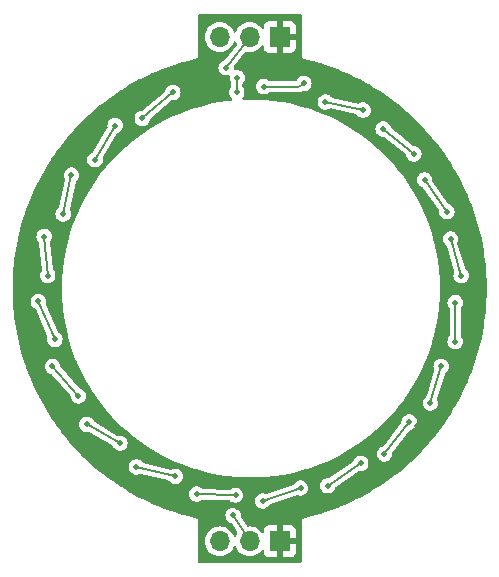
<source format=gbl>
%TF.GenerationSoftware,KiCad,Pcbnew,7.0.2-6a45011f42~172~ubuntu22.04.1*%
%TF.CreationDate,2023-04-30T12:53:57-06:00*%
%TF.ProjectId,ring-40mm,72696e67-2d34-4306-9d6d-2e6b69636164,rev?*%
%TF.SameCoordinates,Original*%
%TF.FileFunction,Copper,L2,Bot*%
%TF.FilePolarity,Positive*%
%FSLAX46Y46*%
G04 Gerber Fmt 4.6, Leading zero omitted, Abs format (unit mm)*
G04 Created by KiCad (PCBNEW 7.0.2-6a45011f42~172~ubuntu22.04.1) date 2023-04-30 12:53:57*
%MOMM*%
%LPD*%
G01*
G04 APERTURE LIST*
%TA.AperFunction,ComponentPad*%
%ADD10R,1.700000X1.700000*%
%TD*%
%TA.AperFunction,ComponentPad*%
%ADD11O,1.700000X1.700000*%
%TD*%
%TA.AperFunction,ViaPad*%
%ADD12C,0.500000*%
%TD*%
%TA.AperFunction,Conductor*%
%ADD13C,0.127000*%
%TD*%
G04 APERTURE END LIST*
D10*
%TO.P,J2,1,Pin_1*%
%TO.N,GND*%
X102440000Y-121400000D03*
D11*
%TO.P,J2,2,Pin_2*%
%TO.N,/SIGNAL_OUT*%
X99900000Y-121400000D03*
%TO.P,J2,3,Pin_3*%
%TO.N,VCC*%
X97360000Y-121400000D03*
%TD*%
D10*
%TO.P,J1,1,Pin_1*%
%TO.N,GND*%
X102440000Y-78700000D03*
D11*
%TO.P,J1,2,Pin_2*%
%TO.N,/SIGNAL_IN*%
X99900000Y-78700000D03*
%TO.P,J1,3,Pin_3*%
%TO.N,VCC*%
X97360000Y-78700000D03*
%TD*%
D12*
%TO.N,GND*%
X85900000Y-88400000D03*
X98800000Y-118500000D03*
X81900000Y-98800000D03*
X117700000Y-95400000D03*
X116100000Y-90000000D03*
X88400000Y-113800000D03*
X109800000Y-115600000D03*
X93400000Y-116800000D03*
X118200000Y-101200000D03*
X104600000Y-117800000D03*
X114100000Y-111600000D03*
X95400000Y-82300000D03*
X117000000Y-106600000D03*
X106900000Y-82500000D03*
X101200000Y-81100000D03*
X90300000Y-84700000D03*
X112100000Y-85500000D03*
X82400000Y-104500000D03*
X84600000Y-109700000D03*
X83100000Y-93300000D03*
%TO.N,Net-(D1-DOUT)*%
X104477286Y-82636966D03*
X101100000Y-82900000D03*
%TO.N,Net-(D1-DIN)*%
X98800000Y-83400000D03*
X98862746Y-82162746D03*
%TO.N,Net-(D2-DOUT)*%
X106300000Y-84200000D03*
X109500000Y-84900000D03*
%TO.N,Net-(D3-DOUT)*%
X113800000Y-88600000D03*
X111200000Y-86500000D03*
%TO.N,Net-(D4-DOUT)*%
X116600000Y-93500000D03*
X114700000Y-90800000D03*
%TO.N,Net-(D5-DOUT)*%
X116900000Y-95800000D03*
X117800000Y-98900000D03*
%TO.N,Net-(D6-DOUT)*%
X117300000Y-101200000D03*
X117300000Y-104500000D03*
%TO.N,Net-(D7-DOUT)*%
X115200000Y-109700000D03*
X116100000Y-106600000D03*
%TO.N,Net-(D8-DOUT)*%
X113400000Y-111300000D03*
X111300000Y-114000000D03*
%TO.N,Net-(D10-DIN)*%
X109300000Y-114800000D03*
X106500000Y-116700000D03*
%TO.N,Net-(D10-DOUT)*%
X104200000Y-116900000D03*
X101000000Y-118000000D03*
%TO.N,Net-(D11-DOUT)*%
X98700000Y-117500000D03*
X95400000Y-117400000D03*
%TO.N,Net-(D12-DOUT)*%
X90300000Y-115100000D03*
X93600000Y-115900000D03*
%TO.N,Net-(D13-DOUT)*%
X86100000Y-111500000D03*
X88900000Y-113100000D03*
%TO.N,Net-(D14-DOUT)*%
X85400000Y-109100000D03*
X83200000Y-106600000D03*
%TO.N,Net-(D15-DOUT)*%
X83400000Y-104300000D03*
X82000000Y-101100000D03*
%TO.N,Net-(D16-DOUT)*%
X82800000Y-98900000D03*
X82500000Y-95600000D03*
%TO.N,Net-(D17-DOUT)*%
X84100000Y-93700000D03*
X84800000Y-90400000D03*
%TO.N,Net-(D18-DOUT)*%
X88500000Y-86200000D03*
X86800000Y-89100000D03*
%TO.N,Net-(D19-DOUT)*%
X93400000Y-83400000D03*
X90800000Y-85600000D03*
%TO.N,/SIGNAL_IN*%
X97900000Y-81315000D03*
%TO.N,/SIGNAL_OUT*%
X98500000Y-119200000D03*
%TD*%
D13*
%TO.N,Net-(D1-DIN)*%
X98831396Y-82194142D02*
G75*
G03*
X98800000Y-82269860I75704J-75758D01*
G01*
%TO.N,Net-(D1-DOUT)*%
X104028258Y-82899978D02*
G75*
G03*
X104345768Y-82768482I42J448978D01*
G01*
X104477286Y-82636966D02*
X104345769Y-82768483D01*
X104028258Y-82900000D02*
X101100000Y-82900000D01*
%TO.N,Net-(D1-DIN)*%
X98831373Y-82194119D02*
X98862746Y-82162746D01*
X98800000Y-82269860D02*
X98800000Y-83400000D01*
%TO.N,Net-(D2-DOUT)*%
X106300000Y-84200000D02*
X109500000Y-84900000D01*
%TO.N,Net-(D3-DOUT)*%
X113800000Y-88600000D02*
X111200000Y-86500000D01*
%TO.N,Net-(D4-DOUT)*%
X114700000Y-90800000D02*
X116600000Y-93500000D01*
%TO.N,Net-(D5-DOUT)*%
X116900000Y-95800000D02*
X117800000Y-98900000D01*
%TO.N,Net-(D6-DOUT)*%
X117300000Y-104500000D02*
X117300000Y-101200000D01*
%TO.N,Net-(D7-DOUT)*%
X116100000Y-106600000D02*
X115200000Y-109700000D01*
%TO.N,Net-(D8-DOUT)*%
X113400000Y-111300000D02*
X111300000Y-114000000D01*
%TO.N,Net-(D10-DIN)*%
X109300000Y-114800000D02*
X106500000Y-116700000D01*
%TO.N,Net-(D10-DOUT)*%
X101000000Y-118000000D02*
X104200000Y-116900000D01*
%TO.N,Net-(D11-DOUT)*%
X98700000Y-117500000D02*
X95400000Y-117400000D01*
%TO.N,Net-(D12-DOUT)*%
X90300000Y-115100000D02*
X93600000Y-115900000D01*
%TO.N,Net-(D13-DOUT)*%
X88900000Y-113100000D02*
X86100000Y-111500000D01*
%TO.N,Net-(D14-DOUT)*%
X85400000Y-109100000D02*
X83200000Y-106600000D01*
%TO.N,Net-(D15-DOUT)*%
X83400000Y-104300000D02*
X82000000Y-101100000D01*
%TO.N,Net-(D16-DOUT)*%
X82500000Y-95600000D02*
X82800000Y-98900000D01*
%TO.N,Net-(D17-DOUT)*%
X84800000Y-90400000D02*
X84100000Y-93700000D01*
%TO.N,Net-(D18-DOUT)*%
X88500000Y-86200000D02*
X86800000Y-89100000D01*
%TO.N,Net-(D19-DOUT)*%
X93400000Y-83400000D02*
X90800000Y-85600000D01*
%TO.N,/SIGNAL_IN*%
X97900000Y-81315000D02*
X99900000Y-78700000D01*
%TO.N,/SIGNAL_OUT*%
X98500000Y-119200000D02*
X99900000Y-121400000D01*
%TD*%
%TA.AperFunction,Conductor*%
%TO.N,GND*%
G36*
X104258691Y-76819407D02*
G01*
X104294655Y-76868907D01*
X104299500Y-76899500D01*
X104299500Y-80489198D01*
X104298447Y-80498891D01*
X104300066Y-80501414D01*
X104303241Y-80502412D01*
X104311985Y-80503426D01*
X104870696Y-80639174D01*
X105145294Y-80705892D01*
X105149472Y-80707004D01*
X105228106Y-80729788D01*
X105884104Y-80919868D01*
X105985608Y-80949399D01*
X105989633Y-80950663D01*
X106596632Y-81155676D01*
X106735054Y-81202705D01*
X106818490Y-81231052D01*
X106822388Y-81232468D01*
X107369263Y-81444208D01*
X107638168Y-81549098D01*
X107641883Y-81550637D01*
X108151321Y-81773931D01*
X108443017Y-81902908D01*
X108446587Y-81904574D01*
X108928448Y-82141383D01*
X109231457Y-82291780D01*
X109234928Y-82293590D01*
X109694357Y-82544856D01*
X109785899Y-82595476D01*
X110002081Y-82715019D01*
X110005367Y-82716920D01*
X110445226Y-82983075D01*
X110753261Y-83171732D01*
X110756410Y-83173744D01*
X110948840Y-83301986D01*
X111178060Y-83454746D01*
X111319863Y-83550500D01*
X111483083Y-83660716D01*
X111483599Y-83661064D01*
X111486643Y-83663204D01*
X111543132Y-83704523D01*
X111891008Y-83958980D01*
X111899948Y-83965613D01*
X112191709Y-84182088D01*
X112194599Y-84184316D01*
X112582023Y-84494556D01*
X112876175Y-84733759D01*
X112878911Y-84736068D01*
X113249560Y-85060432D01*
X113535686Y-85315021D01*
X113538264Y-85317397D01*
X113892186Y-85655532D01*
X113897516Y-85660716D01*
X114168935Y-85924716D01*
X114171357Y-85927155D01*
X114373833Y-86138266D01*
X114433041Y-86200000D01*
X114508345Y-86278515D01*
X114582002Y-86356815D01*
X114774768Y-86561733D01*
X114777032Y-86564224D01*
X115096885Y-86928296D01*
X115131148Y-86968122D01*
X115351957Y-87224784D01*
X115353998Y-87227238D01*
X115566121Y-87491087D01*
X115656523Y-87603534D01*
X115899327Y-87912508D01*
X115901277Y-87915075D01*
X116186119Y-88302918D01*
X116415933Y-88623711D01*
X116417729Y-88626303D01*
X116684592Y-89025066D01*
X116900726Y-89356952D01*
X116902368Y-89359561D01*
X117150933Y-89768563D01*
X117352769Y-90110814D01*
X117354258Y-90113430D01*
X117584196Y-90531938D01*
X117771188Y-90883838D01*
X117772529Y-90886455D01*
X117983563Y-91313784D01*
X118155146Y-91674469D01*
X118156341Y-91677077D01*
X118348215Y-92112542D01*
X118503932Y-92481231D01*
X118504984Y-92483823D01*
X118677423Y-92926648D01*
X118816872Y-93302563D01*
X118817785Y-93305132D01*
X118970538Y-93754535D01*
X119093347Y-94136839D01*
X119094125Y-94139378D01*
X119226972Y-94594563D01*
X119332831Y-94982455D01*
X119333479Y-94984957D01*
X119446234Y-95445163D01*
X119534857Y-95837758D01*
X119535379Y-95840216D01*
X119627871Y-96304616D01*
X119699045Y-96701129D01*
X119699447Y-96703537D01*
X119771530Y-97171276D01*
X119825073Y-97570843D01*
X119825359Y-97573196D01*
X119876817Y-98042476D01*
X119877017Y-98044487D01*
X119912695Y-98445181D01*
X119912873Y-98447478D01*
X119943786Y-98918546D01*
X119943900Y-98920635D01*
X119961759Y-99322570D01*
X119961833Y-99324801D01*
X119972141Y-99796587D01*
X119972165Y-99798750D01*
X119972165Y-100201248D01*
X119972141Y-100203411D01*
X119961833Y-100675197D01*
X119961759Y-100677428D01*
X119943900Y-101079363D01*
X119943786Y-101081452D01*
X119912873Y-101552520D01*
X119912695Y-101554817D01*
X119877017Y-101955511D01*
X119876817Y-101957522D01*
X119825359Y-102426799D01*
X119825072Y-102429157D01*
X119771530Y-102828723D01*
X119699447Y-103296460D01*
X119699046Y-103298868D01*
X119627871Y-103695383D01*
X119535378Y-104159783D01*
X119534856Y-104162241D01*
X119446234Y-104554836D01*
X119333479Y-105015042D01*
X119332831Y-105017544D01*
X119226972Y-105405436D01*
X119094125Y-105860620D01*
X119093347Y-105863159D01*
X118970538Y-106245464D01*
X118817785Y-106694866D01*
X118816872Y-106697435D01*
X118677423Y-107073351D01*
X118504984Y-107516175D01*
X118503932Y-107518767D01*
X118348215Y-107887457D01*
X118156340Y-108322922D01*
X118155146Y-108325530D01*
X117983563Y-108686215D01*
X117772529Y-109113543D01*
X117771188Y-109116160D01*
X117584197Y-109468060D01*
X117354258Y-109886567D01*
X117352769Y-109889184D01*
X117150933Y-110231436D01*
X116902367Y-110640438D01*
X116900725Y-110643046D01*
X116684592Y-110974932D01*
X116417729Y-111373696D01*
X116415933Y-111376288D01*
X116186120Y-111697081D01*
X115901277Y-112084922D01*
X115899327Y-112087489D01*
X115656523Y-112396465D01*
X115354027Y-112772724D01*
X115351920Y-112775257D01*
X115096885Y-113071703D01*
X114777033Y-113435775D01*
X114774768Y-113438266D01*
X114508373Y-113721455D01*
X114171357Y-114072843D01*
X114168935Y-114075282D01*
X113892169Y-114344484D01*
X113538265Y-114682599D01*
X113535686Y-114684977D01*
X113249560Y-114939567D01*
X112878912Y-115263931D01*
X112876176Y-115266239D01*
X112582023Y-115505443D01*
X112194600Y-115815682D01*
X112191709Y-115817911D01*
X111890957Y-116041057D01*
X111486643Y-116336794D01*
X111483599Y-116338934D01*
X111178061Y-116545253D01*
X110756433Y-116826239D01*
X110753237Y-116828281D01*
X110445146Y-117016973D01*
X110005395Y-117283061D01*
X110002052Y-117284996D01*
X109694357Y-117455144D01*
X109234927Y-117706409D01*
X109231439Y-117708227D01*
X108928471Y-117858605D01*
X108446616Y-118095409D01*
X108442986Y-118097103D01*
X108151261Y-118226094D01*
X107641908Y-118449350D01*
X107638142Y-118450910D01*
X107369226Y-118555806D01*
X106822388Y-118767530D01*
X106818490Y-118768946D01*
X106596672Y-118844309D01*
X105989632Y-119049335D01*
X105985609Y-119050599D01*
X105892709Y-119077627D01*
X105883271Y-119080372D01*
X105149461Y-119292998D01*
X105145282Y-119294110D01*
X104311592Y-119496667D01*
X104303214Y-119497673D01*
X104300006Y-119498676D01*
X104298444Y-119501118D01*
X104299500Y-119510824D01*
X104299500Y-123100500D01*
X104280593Y-123158691D01*
X104231093Y-123194655D01*
X104200500Y-123199500D01*
X95599500Y-123199500D01*
X95541309Y-123180593D01*
X95505345Y-123131093D01*
X95500500Y-123100500D01*
X95500500Y-121400000D01*
X96104722Y-121400000D01*
X96123792Y-121617973D01*
X96180426Y-121829334D01*
X96272896Y-122027636D01*
X96272897Y-122027638D01*
X96272898Y-122027639D01*
X96315021Y-122087797D01*
X96348137Y-122135092D01*
X96398402Y-122206877D01*
X96553123Y-122361598D01*
X96732361Y-122487102D01*
X96732362Y-122487102D01*
X96732363Y-122487103D01*
X96930665Y-122579573D01*
X96930666Y-122579573D01*
X96930670Y-122579575D01*
X97142023Y-122636207D01*
X97360000Y-122655277D01*
X97577977Y-122636207D01*
X97789330Y-122579575D01*
X97987639Y-122487102D01*
X98166877Y-122361598D01*
X98321598Y-122206877D01*
X98447102Y-122027639D01*
X98539575Y-121829330D01*
X98539576Y-121829325D01*
X98540275Y-121827827D01*
X98582004Y-121783079D01*
X98642065Y-121771404D01*
X98697518Y-121797262D01*
X98719725Y-121827827D01*
X98720423Y-121829325D01*
X98720425Y-121829330D01*
X98812897Y-122027636D01*
X98812899Y-122027641D01*
X98890095Y-122137888D01*
X98938402Y-122206877D01*
X99093123Y-122361598D01*
X99272361Y-122487102D01*
X99272362Y-122487102D01*
X99272363Y-122487103D01*
X99470665Y-122579573D01*
X99470666Y-122579573D01*
X99470670Y-122579575D01*
X99682023Y-122636207D01*
X99845505Y-122650509D01*
X99899999Y-122655277D01*
X99899999Y-122655276D01*
X99900000Y-122655277D01*
X100117977Y-122636207D01*
X100329330Y-122579575D01*
X100527639Y-122487102D01*
X100706877Y-122361598D01*
X100861598Y-122206877D01*
X100909905Y-122137886D01*
X100958768Y-122101066D01*
X101019944Y-122099998D01*
X101070065Y-122135092D01*
X101089985Y-122192944D01*
X101090000Y-122194672D01*
X101090000Y-122295181D01*
X101090282Y-122300457D01*
X101096401Y-122357376D01*
X101146646Y-122492089D01*
X101232811Y-122607188D01*
X101347910Y-122693353D01*
X101482623Y-122743598D01*
X101539542Y-122749717D01*
X101544819Y-122750000D01*
X102189999Y-122750000D01*
X102190000Y-122749999D01*
X102190000Y-121835501D01*
X102297685Y-121884680D01*
X102404237Y-121900000D01*
X102475763Y-121900000D01*
X102582315Y-121884680D01*
X102690000Y-121835501D01*
X102690000Y-122749998D01*
X102690001Y-122750000D01*
X103335181Y-122750000D01*
X103340457Y-122749717D01*
X103397376Y-122743598D01*
X103532089Y-122693353D01*
X103647188Y-122607188D01*
X103733353Y-122492089D01*
X103783598Y-122357376D01*
X103789717Y-122300457D01*
X103790000Y-122295181D01*
X103790000Y-121650001D01*
X103789999Y-121650000D01*
X102873686Y-121650000D01*
X102899493Y-121609844D01*
X102940000Y-121471889D01*
X102940000Y-121328111D01*
X102899493Y-121190156D01*
X102873686Y-121150000D01*
X103789999Y-121150000D01*
X103790000Y-121149999D01*
X103790000Y-120504818D01*
X103789717Y-120499542D01*
X103783598Y-120442623D01*
X103733353Y-120307910D01*
X103647188Y-120192811D01*
X103532089Y-120106646D01*
X103397376Y-120056401D01*
X103340457Y-120050282D01*
X103335181Y-120050000D01*
X102690001Y-120050000D01*
X102690000Y-120050001D01*
X102690000Y-120964498D01*
X102582315Y-120915320D01*
X102475763Y-120900000D01*
X102404237Y-120900000D01*
X102297685Y-120915320D01*
X102190000Y-120964498D01*
X102190000Y-120050001D01*
X102189999Y-120050000D01*
X101544819Y-120050000D01*
X101539542Y-120050282D01*
X101482623Y-120056401D01*
X101347910Y-120106646D01*
X101232811Y-120192811D01*
X101146646Y-120307910D01*
X101096401Y-120442623D01*
X101090282Y-120499542D01*
X101090000Y-120504818D01*
X101090000Y-120605327D01*
X101071093Y-120663518D01*
X101021593Y-120699482D01*
X100960407Y-120699482D01*
X100910907Y-120663518D01*
X100909904Y-120662111D01*
X100861600Y-120593126D01*
X100861598Y-120593123D01*
X100706877Y-120438402D01*
X100527639Y-120312898D01*
X100527638Y-120312897D01*
X100527636Y-120312896D01*
X100329334Y-120220426D01*
X100117973Y-120163792D01*
X99899999Y-120144722D01*
X99724171Y-120160104D01*
X99664554Y-120146340D01*
X99632022Y-120114632D01*
X99157434Y-119368851D01*
X99142144Y-119309607D01*
X99142678Y-119303766D01*
X99155278Y-119200000D01*
X99136237Y-119043182D01*
X99080220Y-118895477D01*
X98990483Y-118765470D01*
X98872240Y-118660717D01*
X98865286Y-118657067D01*
X98732363Y-118587302D01*
X98578987Y-118549500D01*
X98578985Y-118549500D01*
X98421015Y-118549500D01*
X98421013Y-118549500D01*
X98267636Y-118587302D01*
X98127761Y-118660716D01*
X98009517Y-118765470D01*
X97919780Y-118895476D01*
X97863762Y-119043184D01*
X97844721Y-119200000D01*
X97863762Y-119356815D01*
X97863762Y-119356817D01*
X97863763Y-119356818D01*
X97919780Y-119504523D01*
X98009517Y-119634530D01*
X98127760Y-119739283D01*
X98267635Y-119812696D01*
X98267637Y-119812697D01*
X98314831Y-119824329D01*
X98366807Y-119856612D01*
X98374662Y-119867301D01*
X98655050Y-120307910D01*
X98836551Y-120593126D01*
X98849548Y-120613549D01*
X98864838Y-120672793D01*
X98847123Y-120723483D01*
X98812896Y-120772365D01*
X98719724Y-120972172D01*
X98677996Y-121016920D01*
X98617935Y-121028595D01*
X98562482Y-121002737D01*
X98540276Y-120972172D01*
X98447103Y-120772364D01*
X98412876Y-120723483D01*
X98321598Y-120593123D01*
X98166877Y-120438402D01*
X97987639Y-120312898D01*
X97987638Y-120312897D01*
X97987636Y-120312896D01*
X97789334Y-120220426D01*
X97577973Y-120163792D01*
X97360000Y-120144722D01*
X97142026Y-120163792D01*
X96930665Y-120220426D01*
X96732364Y-120312896D01*
X96553126Y-120438399D01*
X96398399Y-120593126D01*
X96272896Y-120772364D01*
X96180426Y-120970665D01*
X96123792Y-121182026D01*
X96104722Y-121400000D01*
X95500500Y-121400000D01*
X95500499Y-119510934D01*
X95501574Y-119501150D01*
X95499972Y-119498643D01*
X95497234Y-119497784D01*
X95488674Y-119496732D01*
X94654712Y-119294109D01*
X94650532Y-119292997D01*
X93916728Y-119080372D01*
X93903026Y-119076386D01*
X93814389Y-119050599D01*
X93810366Y-119049335D01*
X93203327Y-118844309D01*
X92981508Y-118768946D01*
X92977610Y-118767530D01*
X92430773Y-118555806D01*
X92161856Y-118450910D01*
X92158090Y-118449350D01*
X91648738Y-118226094D01*
X91357012Y-118097104D01*
X91353382Y-118095410D01*
X90871528Y-117858605D01*
X90568559Y-117708227D01*
X90565070Y-117706409D01*
X90105642Y-117455144D01*
X90005919Y-117400000D01*
X94744721Y-117400000D01*
X94763762Y-117556815D01*
X94763762Y-117556817D01*
X94763763Y-117556818D01*
X94819780Y-117704523D01*
X94909517Y-117834530D01*
X95027760Y-117939283D01*
X95085238Y-117969450D01*
X95167636Y-118012697D01*
X95321013Y-118050500D01*
X95321015Y-118050500D01*
X95478987Y-118050500D01*
X95632363Y-118012697D01*
X95656555Y-118000000D01*
X95772240Y-117939283D01*
X95812468Y-117903643D01*
X95868558Y-117879208D01*
X95881107Y-117878791D01*
X98191015Y-117948788D01*
X98248605Y-117969450D01*
X98253657Y-117973634D01*
X98327760Y-118039283D01*
X98401173Y-118077814D01*
X98467636Y-118112697D01*
X98621013Y-118150500D01*
X98621015Y-118150500D01*
X98778987Y-118150500D01*
X98932363Y-118112697D01*
X98932365Y-118112696D01*
X99072240Y-118039283D01*
X99116582Y-118000000D01*
X100344721Y-118000000D01*
X100363762Y-118156815D01*
X100363762Y-118156817D01*
X100363763Y-118156818D01*
X100419780Y-118304523D01*
X100509517Y-118434530D01*
X100627760Y-118539283D01*
X100647227Y-118549500D01*
X100767636Y-118612697D01*
X100921013Y-118650500D01*
X100921015Y-118650500D01*
X101078987Y-118650500D01*
X101232363Y-118612697D01*
X101232365Y-118612696D01*
X101372240Y-118539283D01*
X101490483Y-118434530D01*
X101573782Y-118313849D01*
X101622395Y-118276702D01*
X101622831Y-118276550D01*
X103878701Y-117501094D01*
X103939878Y-117500059D01*
X103956891Y-117507057D01*
X103967637Y-117512697D01*
X104121013Y-117550500D01*
X104121015Y-117550500D01*
X104278987Y-117550500D01*
X104432363Y-117512697D01*
X104443109Y-117507057D01*
X104572240Y-117439283D01*
X104690483Y-117334530D01*
X104780220Y-117204523D01*
X104836237Y-117056818D01*
X104855278Y-116900000D01*
X104836237Y-116743182D01*
X104819860Y-116699999D01*
X105844721Y-116699999D01*
X105863762Y-116856815D01*
X105863762Y-116856817D01*
X105863763Y-116856818D01*
X105919780Y-117004523D01*
X106009517Y-117134530D01*
X106127760Y-117239283D01*
X106201173Y-117277814D01*
X106267636Y-117312697D01*
X106421013Y-117350500D01*
X106421015Y-117350500D01*
X106578987Y-117350500D01*
X106732363Y-117312697D01*
X106749753Y-117303570D01*
X106872240Y-117239283D01*
X106990483Y-117134530D01*
X107080220Y-117004523D01*
X107136237Y-116856818D01*
X107136237Y-116856816D01*
X107139346Y-116848619D01*
X107176323Y-116801806D01*
X109145446Y-115465616D01*
X109204211Y-115448588D01*
X109218086Y-115450500D01*
X109221015Y-115450500D01*
X109378987Y-115450500D01*
X109532363Y-115412697D01*
X109532365Y-115412696D01*
X109672240Y-115339283D01*
X109790483Y-115234530D01*
X109880220Y-115104523D01*
X109936237Y-114956818D01*
X109955278Y-114800000D01*
X109936237Y-114643182D01*
X109880220Y-114495477D01*
X109790483Y-114365470D01*
X109672240Y-114260717D01*
X109665287Y-114257067D01*
X109532363Y-114187302D01*
X109378987Y-114149500D01*
X109378985Y-114149500D01*
X109221015Y-114149500D01*
X109221013Y-114149500D01*
X109067636Y-114187302D01*
X108927761Y-114260716D01*
X108809517Y-114365470D01*
X108719778Y-114495480D01*
X108660654Y-114651376D01*
X108623677Y-114698190D01*
X106654554Y-116034381D01*
X106595786Y-116051410D01*
X106581918Y-116049500D01*
X106578985Y-116049500D01*
X106421015Y-116049500D01*
X106421013Y-116049500D01*
X106267636Y-116087302D01*
X106127761Y-116160716D01*
X106009517Y-116265470D01*
X105919780Y-116395476D01*
X105863762Y-116543184D01*
X105844721Y-116699999D01*
X104819860Y-116699999D01*
X104780220Y-116595477D01*
X104690483Y-116465470D01*
X104572240Y-116360717D01*
X104565286Y-116357067D01*
X104432363Y-116287302D01*
X104278987Y-116249500D01*
X104278985Y-116249500D01*
X104121015Y-116249500D01*
X104121013Y-116249500D01*
X103967636Y-116287302D01*
X103827761Y-116360716D01*
X103709515Y-116465471D01*
X103626218Y-116586148D01*
X103577601Y-116623297D01*
X103576926Y-116623532D01*
X101321297Y-117398904D01*
X101260120Y-117399940D01*
X101243109Y-117392942D01*
X101232367Y-117387304D01*
X101078987Y-117349500D01*
X101078985Y-117349500D01*
X100921015Y-117349500D01*
X100921013Y-117349500D01*
X100767636Y-117387302D01*
X100627761Y-117460716D01*
X100509517Y-117565470D01*
X100419780Y-117695476D01*
X100363762Y-117843184D01*
X100344721Y-118000000D01*
X99116582Y-118000000D01*
X99190483Y-117934530D01*
X99280220Y-117804523D01*
X99336237Y-117656818D01*
X99355278Y-117500000D01*
X99336237Y-117343182D01*
X99280220Y-117195477D01*
X99190483Y-117065470D01*
X99072240Y-116960717D01*
X99014759Y-116930548D01*
X98932363Y-116887302D01*
X98778987Y-116849500D01*
X98778985Y-116849500D01*
X98621015Y-116849500D01*
X98621013Y-116849500D01*
X98467636Y-116887302D01*
X98327761Y-116960716D01*
X98287531Y-116996356D01*
X98231436Y-117020790D01*
X98218884Y-117021207D01*
X95908984Y-116951210D01*
X95851393Y-116930548D01*
X95846334Y-116926358D01*
X95772240Y-116860717D01*
X95750868Y-116849500D01*
X95632363Y-116787302D01*
X95478987Y-116749500D01*
X95478985Y-116749500D01*
X95321015Y-116749500D01*
X95321013Y-116749500D01*
X95167636Y-116787302D01*
X95027761Y-116860716D01*
X94909517Y-116965470D01*
X94819780Y-117095476D01*
X94763762Y-117243184D01*
X94744721Y-117400000D01*
X90005919Y-117400000D01*
X89903173Y-117343184D01*
X89797946Y-117284996D01*
X89794602Y-117283061D01*
X89470269Y-117086810D01*
X89354826Y-117016956D01*
X89046761Y-116828281D01*
X89043565Y-116826239D01*
X88621939Y-116545253D01*
X88316399Y-116338934D01*
X88313355Y-116336794D01*
X87933757Y-116059135D01*
X87909024Y-116041044D01*
X87608289Y-115817910D01*
X87605399Y-115815682D01*
X87217976Y-115505443D01*
X86923823Y-115266239D01*
X86921087Y-115263931D01*
X86733763Y-115099999D01*
X89644721Y-115099999D01*
X89663762Y-115256815D01*
X89663762Y-115256817D01*
X89663763Y-115256818D01*
X89719780Y-115404523D01*
X89809517Y-115534530D01*
X89927760Y-115639283D01*
X89964769Y-115658707D01*
X90067636Y-115712697D01*
X90221013Y-115750500D01*
X90221015Y-115750500D01*
X90378987Y-115750500D01*
X90455674Y-115731598D01*
X90532365Y-115712696D01*
X90602176Y-115676054D01*
X90662488Y-115665754D01*
X90671508Y-115667502D01*
X93009820Y-116234366D01*
X93061919Y-116266451D01*
X93067967Y-116274335D01*
X93089927Y-116306149D01*
X93109518Y-116334532D01*
X93227758Y-116439282D01*
X93367636Y-116512697D01*
X93521013Y-116550500D01*
X93521015Y-116550500D01*
X93678987Y-116550500D01*
X93832363Y-116512697D01*
X93832365Y-116512696D01*
X93972240Y-116439283D01*
X94090483Y-116334530D01*
X94180220Y-116204523D01*
X94236237Y-116056818D01*
X94255278Y-115900000D01*
X94236237Y-115743182D01*
X94180220Y-115595477D01*
X94090483Y-115465470D01*
X93972240Y-115360717D01*
X93965287Y-115357067D01*
X93832363Y-115287302D01*
X93678987Y-115249500D01*
X93678985Y-115249500D01*
X93521015Y-115249500D01*
X93521013Y-115249500D01*
X93367636Y-115287302D01*
X93297823Y-115323944D01*
X93237510Y-115334245D01*
X93228491Y-115332497D01*
X90890179Y-114765633D01*
X90838080Y-114733548D01*
X90832032Y-114725664D01*
X90790483Y-114665470D01*
X90672240Y-114560717D01*
X90665287Y-114557067D01*
X90532363Y-114487302D01*
X90378987Y-114449500D01*
X90378985Y-114449500D01*
X90221015Y-114449500D01*
X90221013Y-114449500D01*
X90067636Y-114487302D01*
X89927761Y-114560716D01*
X89809517Y-114665470D01*
X89719780Y-114795476D01*
X89663762Y-114943184D01*
X89644721Y-115099999D01*
X86733763Y-115099999D01*
X86550439Y-114939567D01*
X86388498Y-114795476D01*
X86264312Y-114684977D01*
X86261732Y-114682599D01*
X86134158Y-114560716D01*
X85907803Y-114344458D01*
X85631063Y-114075282D01*
X85628641Y-114072843D01*
X85424993Y-113860510D01*
X85291590Y-113721417D01*
X85025230Y-113438265D01*
X85022966Y-113435774D01*
X84703114Y-113071703D01*
X84638105Y-112996139D01*
X84448032Y-112775203D01*
X84446011Y-112772773D01*
X84143459Y-112396443D01*
X83948819Y-112148759D01*
X83900656Y-112087470D01*
X83898720Y-112084923D01*
X83898719Y-112084922D01*
X83718316Y-111839283D01*
X83613879Y-111697081D01*
X83472691Y-111499999D01*
X85444721Y-111499999D01*
X85463762Y-111656815D01*
X85463762Y-111656817D01*
X85463763Y-111656818D01*
X85519780Y-111804523D01*
X85609517Y-111934530D01*
X85727760Y-112039283D01*
X85801174Y-112077814D01*
X85867636Y-112112697D01*
X86021013Y-112150500D01*
X86021015Y-112150500D01*
X86178985Y-112150500D01*
X86227297Y-112138592D01*
X86288321Y-112143023D01*
X86300105Y-112148758D01*
X88239706Y-113257101D01*
X88280849Y-113302388D01*
X88283154Y-113307951D01*
X88319778Y-113404519D01*
X88319780Y-113404523D01*
X88409517Y-113534530D01*
X88527760Y-113639283D01*
X88601173Y-113677814D01*
X88667636Y-113712697D01*
X88821013Y-113750500D01*
X88821015Y-113750500D01*
X88978987Y-113750500D01*
X89132363Y-113712697D01*
X89132365Y-113712696D01*
X89272240Y-113639283D01*
X89390483Y-113534530D01*
X89480220Y-113404523D01*
X89536237Y-113256818D01*
X89555278Y-113100000D01*
X89536237Y-112943182D01*
X89480220Y-112795477D01*
X89390483Y-112665470D01*
X89272240Y-112560717D01*
X89265287Y-112557067D01*
X89132363Y-112487302D01*
X88978987Y-112449500D01*
X88978985Y-112449500D01*
X88821015Y-112449500D01*
X88821014Y-112449500D01*
X88772698Y-112461407D01*
X88711673Y-112456973D01*
X88699891Y-112451239D01*
X86760292Y-111342897D01*
X86719149Y-111297610D01*
X86716843Y-111292046D01*
X86680220Y-111195478D01*
X86680220Y-111195477D01*
X86590483Y-111065470D01*
X86472240Y-110960717D01*
X86465287Y-110957067D01*
X86332363Y-110887302D01*
X86178987Y-110849500D01*
X86178985Y-110849500D01*
X86021015Y-110849500D01*
X86021013Y-110849500D01*
X85867636Y-110887302D01*
X85727761Y-110960716D01*
X85609517Y-111065470D01*
X85519780Y-111195476D01*
X85463762Y-111343184D01*
X85444721Y-111499999D01*
X83472691Y-111499999D01*
X83384065Y-111376288D01*
X83382269Y-111373695D01*
X83115407Y-110974933D01*
X82899272Y-110643046D01*
X82897630Y-110640437D01*
X82734528Y-110372060D01*
X82649051Y-110231411D01*
X82447229Y-109889184D01*
X82445739Y-109886567D01*
X82215802Y-109468060D01*
X82047873Y-109152034D01*
X82028797Y-109116134D01*
X82027483Y-109113571D01*
X81816436Y-108686215D01*
X81721810Y-108487302D01*
X81644837Y-108325497D01*
X81643683Y-108322978D01*
X81451782Y-107887453D01*
X81296066Y-107518767D01*
X81295014Y-107516175D01*
X81204642Y-107284098D01*
X81122564Y-107073319D01*
X80983107Y-106697383D01*
X80982233Y-106694924D01*
X80949968Y-106600000D01*
X82544721Y-106600000D01*
X82563762Y-106756815D01*
X82563762Y-106756817D01*
X82563763Y-106756818D01*
X82619780Y-106904523D01*
X82709517Y-107034530D01*
X82827760Y-107139283D01*
X82862294Y-107157408D01*
X82967636Y-107212697D01*
X83132686Y-107253377D01*
X83131631Y-107257656D01*
X83167797Y-107269407D01*
X83183927Y-107284098D01*
X84719928Y-109029553D01*
X84744176Y-109085728D01*
X84744055Y-109094515D01*
X84763762Y-109256815D01*
X84763762Y-109256817D01*
X84763763Y-109256818D01*
X84819780Y-109404523D01*
X84909517Y-109534530D01*
X85027760Y-109639283D01*
X85101173Y-109677814D01*
X85167636Y-109712697D01*
X85321013Y-109750500D01*
X85321015Y-109750500D01*
X85478987Y-109750500D01*
X85632363Y-109712697D01*
X85632365Y-109712696D01*
X85772240Y-109639283D01*
X85890483Y-109534530D01*
X85980220Y-109404523D01*
X86036237Y-109256818D01*
X86055278Y-109100000D01*
X86036237Y-108943182D01*
X85980220Y-108795477D01*
X85890483Y-108665470D01*
X85772240Y-108560717D01*
X85765287Y-108557067D01*
X85632363Y-108487302D01*
X85467314Y-108446623D01*
X85468368Y-108442343D01*
X85432203Y-108430593D01*
X85416073Y-108415902D01*
X83880071Y-106670446D01*
X83855823Y-106614271D01*
X83855944Y-106605486D01*
X83836237Y-106443184D01*
X83836237Y-106443182D01*
X83780220Y-106295477D01*
X83690483Y-106165470D01*
X83572240Y-106060717D01*
X83565286Y-106057067D01*
X83432363Y-105987302D01*
X83278987Y-105949500D01*
X83278985Y-105949500D01*
X83121015Y-105949500D01*
X83121013Y-105949500D01*
X82967636Y-105987302D01*
X82827761Y-106060716D01*
X82709517Y-106165470D01*
X82619780Y-106295476D01*
X82563762Y-106443184D01*
X82544721Y-106600000D01*
X80949968Y-106600000D01*
X80829461Y-106245464D01*
X80800486Y-106155266D01*
X80706640Y-105863123D01*
X80705873Y-105860620D01*
X80573027Y-105405436D01*
X80555500Y-105341214D01*
X80467143Y-105017451D01*
X80466544Y-105015137D01*
X80353761Y-104554818D01*
X80265118Y-104162134D01*
X80264637Y-104159866D01*
X80172126Y-103695374D01*
X80100953Y-103298868D01*
X80100558Y-103296506D01*
X80028465Y-102828695D01*
X79974910Y-102429038D01*
X79974650Y-102426894D01*
X79923170Y-101957420D01*
X79922991Y-101955612D01*
X79887295Y-101554726D01*
X79887132Y-101552613D01*
X79857429Y-101100000D01*
X81344721Y-101100000D01*
X81363762Y-101256815D01*
X81363762Y-101256817D01*
X81363763Y-101256818D01*
X81419780Y-101404523D01*
X81509517Y-101534530D01*
X81627760Y-101639283D01*
X81729024Y-101692431D01*
X81771761Y-101736214D01*
X81773715Y-101740409D01*
X82775971Y-104031281D01*
X82781972Y-104092171D01*
X82777838Y-104106066D01*
X82763763Y-104143180D01*
X82744721Y-104300000D01*
X82763762Y-104456815D01*
X82763762Y-104456817D01*
X82763763Y-104456818D01*
X82819780Y-104604523D01*
X82909517Y-104734530D01*
X83027760Y-104839283D01*
X83101173Y-104877814D01*
X83167636Y-104912697D01*
X83321013Y-104950500D01*
X83321015Y-104950500D01*
X83478987Y-104950500D01*
X83632363Y-104912697D01*
X83632365Y-104912696D01*
X83772240Y-104839283D01*
X83890483Y-104734530D01*
X83980220Y-104604523D01*
X84036237Y-104456818D01*
X84055278Y-104300000D01*
X84036237Y-104143182D01*
X83980220Y-103995477D01*
X83890483Y-103865470D01*
X83772240Y-103760717D01*
X83670973Y-103707567D01*
X83628236Y-103663784D01*
X83626290Y-103659607D01*
X82624026Y-101368717D01*
X82618026Y-101307828D01*
X82622155Y-101293947D01*
X82636237Y-101256818D01*
X82655278Y-101100000D01*
X82636237Y-100943182D01*
X82580220Y-100795477D01*
X82490483Y-100665470D01*
X82372240Y-100560717D01*
X82350868Y-100549500D01*
X82232363Y-100487302D01*
X82078987Y-100449500D01*
X82078985Y-100449500D01*
X81921015Y-100449500D01*
X81921013Y-100449500D01*
X81767636Y-100487302D01*
X81627761Y-100560716D01*
X81509517Y-100665470D01*
X81419780Y-100795476D01*
X81363762Y-100943184D01*
X81344721Y-101100000D01*
X79857429Y-101100000D01*
X79856207Y-101081378D01*
X79856102Y-101079444D01*
X79838235Y-100677318D01*
X79838168Y-100675309D01*
X79827859Y-100203410D01*
X79827835Y-100201248D01*
X79827835Y-100000000D01*
X83994525Y-100000000D01*
X83994556Y-100001243D01*
X84014389Y-100796563D01*
X84014390Y-100796602D01*
X84014421Y-100797807D01*
X84014511Y-100799011D01*
X84014513Y-100799046D01*
X84073967Y-101592399D01*
X84073969Y-101592425D01*
X84074060Y-101593631D01*
X84074211Y-101594839D01*
X84074212Y-101594845D01*
X84092684Y-101742252D01*
X84173293Y-102385492D01*
X84173503Y-102386686D01*
X84173504Y-102386689D01*
X84311659Y-103170208D01*
X84311664Y-103170237D01*
X84311874Y-103171423D01*
X84312145Y-103172611D01*
X84312147Y-103172620D01*
X84489121Y-103947995D01*
X84489458Y-103949469D01*
X84522890Y-104068293D01*
X84688473Y-104656815D01*
X84705603Y-104717697D01*
X84705989Y-104718846D01*
X84705998Y-104718875D01*
X84959378Y-105473022D01*
X84959389Y-105473053D01*
X84959773Y-105474195D01*
X84960219Y-105475332D01*
X84960228Y-105475356D01*
X85146317Y-105949500D01*
X85251336Y-106217083D01*
X85353356Y-106443184D01*
X85579055Y-106943386D01*
X85579064Y-106943404D01*
X85579565Y-106944515D01*
X85580122Y-106945601D01*
X85580129Y-106945616D01*
X85753659Y-107284098D01*
X85943647Y-107654682D01*
X85944251Y-107655728D01*
X85944258Y-107655741D01*
X86173453Y-108052719D01*
X86342674Y-108345818D01*
X86343333Y-108346839D01*
X86343342Y-108346853D01*
X86549127Y-108665470D01*
X86775656Y-109016205D01*
X86776360Y-109017184D01*
X86776366Y-109017193D01*
X87207459Y-109616806D01*
X87241516Y-109664176D01*
X87280210Y-109712697D01*
X87736031Y-110284280D01*
X87739095Y-110288121D01*
X87739901Y-110289035D01*
X87739910Y-110289045D01*
X88050016Y-110640437D01*
X88267157Y-110886488D01*
X88824388Y-111457789D01*
X89082284Y-111697081D01*
X89404575Y-111996124D01*
X89409404Y-112000604D01*
X89410351Y-112001399D01*
X89410356Y-112001403D01*
X89989430Y-112487304D01*
X90020750Y-112513584D01*
X90021718Y-112514317D01*
X90021729Y-112514326D01*
X90082974Y-112560717D01*
X90656905Y-112995453D01*
X91316289Y-113445014D01*
X91997263Y-113861148D01*
X92698132Y-114242821D01*
X92699248Y-114243358D01*
X92699255Y-114243362D01*
X92909238Y-114344484D01*
X93417155Y-114589084D01*
X94152543Y-114899077D01*
X94902470Y-115172027D01*
X95665070Y-115407258D01*
X96438447Y-115604184D01*
X97220678Y-115762316D01*
X98009820Y-115881260D01*
X98803909Y-115960720D01*
X99600972Y-116000500D01*
X99602195Y-116000500D01*
X100397805Y-116000500D01*
X100399028Y-116000500D01*
X101196091Y-115960720D01*
X101990180Y-115881260D01*
X102779322Y-115762316D01*
X103561553Y-115604184D01*
X104334930Y-115407258D01*
X105097530Y-115172027D01*
X105847457Y-114899077D01*
X106582845Y-114589084D01*
X107301868Y-114242821D01*
X107747762Y-114000000D01*
X110644721Y-114000000D01*
X110663762Y-114156815D01*
X110663762Y-114156817D01*
X110663763Y-114156818D01*
X110719780Y-114304523D01*
X110809517Y-114434530D01*
X110927760Y-114539283D01*
X110968597Y-114560716D01*
X111067636Y-114612697D01*
X111221013Y-114650500D01*
X111221015Y-114650500D01*
X111378987Y-114650500D01*
X111532363Y-114612697D01*
X111577353Y-114589084D01*
X111672240Y-114539283D01*
X111790483Y-114434530D01*
X111880220Y-114304523D01*
X111936237Y-114156818D01*
X111955278Y-114000000D01*
X111951087Y-113965487D01*
X111962842Y-113905444D01*
X111971215Y-113892780D01*
X113461472Y-111976736D01*
X113512121Y-111942412D01*
X113515865Y-111941409D01*
X113632365Y-111912696D01*
X113772240Y-111839283D01*
X113890483Y-111734530D01*
X113980220Y-111604523D01*
X114036237Y-111456818D01*
X114055278Y-111300000D01*
X114036237Y-111143182D01*
X113980220Y-110995477D01*
X113890483Y-110865470D01*
X113772240Y-110760717D01*
X113731358Y-110739260D01*
X113632363Y-110687302D01*
X113478987Y-110649500D01*
X113478985Y-110649500D01*
X113321015Y-110649500D01*
X113321013Y-110649500D01*
X113167636Y-110687302D01*
X113027761Y-110760716D01*
X112909517Y-110865470D01*
X112819780Y-110995476D01*
X112763762Y-111143184D01*
X112744721Y-111300000D01*
X112748912Y-111334510D01*
X112737157Y-111394556D01*
X112728780Y-111407223D01*
X111238527Y-113323261D01*
X111187877Y-113357586D01*
X111184074Y-113358604D01*
X111067635Y-113387304D01*
X110927761Y-113460716D01*
X110809517Y-113565470D01*
X110719780Y-113695476D01*
X110663762Y-113843184D01*
X110644721Y-114000000D01*
X107747762Y-114000000D01*
X108002737Y-113861148D01*
X108683711Y-113445014D01*
X109343095Y-112995453D01*
X109979250Y-112513584D01*
X110590596Y-112000604D01*
X111175612Y-111457789D01*
X111732843Y-110886488D01*
X112260905Y-110288121D01*
X112729915Y-109700000D01*
X114544721Y-109700000D01*
X114563762Y-109856815D01*
X114563762Y-109856817D01*
X114563763Y-109856818D01*
X114619780Y-110004523D01*
X114709517Y-110134530D01*
X114827760Y-110239283D01*
X114901174Y-110277814D01*
X114967636Y-110312697D01*
X115121013Y-110350500D01*
X115121015Y-110350500D01*
X115278987Y-110350500D01*
X115432363Y-110312697D01*
X115432365Y-110312696D01*
X115572240Y-110239283D01*
X115690483Y-110134530D01*
X115780220Y-110004523D01*
X115836237Y-109856818D01*
X115855278Y-109700000D01*
X115836237Y-109543182D01*
X115787050Y-109413488D01*
X115784095Y-109352377D01*
X115784544Y-109350783D01*
X116406636Y-107208017D01*
X116441016Y-107157408D01*
X116455691Y-107147968D01*
X116472240Y-107139283D01*
X116590483Y-107034530D01*
X116680220Y-106904523D01*
X116736237Y-106756818D01*
X116755278Y-106600000D01*
X116736237Y-106443182D01*
X116680220Y-106295477D01*
X116590483Y-106165470D01*
X116472240Y-106060717D01*
X116465286Y-106057067D01*
X116332363Y-105987302D01*
X116178987Y-105949500D01*
X116178985Y-105949500D01*
X116021015Y-105949500D01*
X116021013Y-105949500D01*
X115867636Y-105987302D01*
X115727761Y-106060716D01*
X115609517Y-106165470D01*
X115519780Y-106295476D01*
X115463762Y-106443184D01*
X115444721Y-106600000D01*
X115463762Y-106756817D01*
X115512947Y-106886508D01*
X115515902Y-106947622D01*
X115515454Y-106949215D01*
X114893363Y-109091978D01*
X114858982Y-109142590D01*
X114844300Y-109152034D01*
X114827762Y-109160714D01*
X114709517Y-109265470D01*
X114619780Y-109395476D01*
X114563762Y-109543184D01*
X114544721Y-109700000D01*
X112729915Y-109700000D01*
X112758484Y-109664176D01*
X113224344Y-109016205D01*
X113657326Y-108345818D01*
X114056353Y-107654682D01*
X114420435Y-106944515D01*
X114748664Y-106217083D01*
X115040227Y-105474195D01*
X115294397Y-104717697D01*
X115355647Y-104500000D01*
X116644721Y-104500000D01*
X116663762Y-104656815D01*
X116663762Y-104656817D01*
X116663763Y-104656818D01*
X116719780Y-104804523D01*
X116809517Y-104934530D01*
X116927760Y-105039283D01*
X117001173Y-105077814D01*
X117067636Y-105112697D01*
X117221013Y-105150500D01*
X117221015Y-105150500D01*
X117378987Y-105150500D01*
X117532363Y-105112697D01*
X117532365Y-105112696D01*
X117672240Y-105039283D01*
X117790483Y-104934530D01*
X117880220Y-104804523D01*
X117936237Y-104656818D01*
X117955278Y-104500000D01*
X117936237Y-104343182D01*
X117880220Y-104195477D01*
X117790483Y-104065470D01*
X117790482Y-104065469D01*
X117783654Y-104055577D01*
X117786712Y-104053466D01*
X117766332Y-104018815D01*
X117764000Y-103997452D01*
X117764000Y-101702548D01*
X117782907Y-101644357D01*
X117786217Y-101640709D01*
X117790480Y-101634532D01*
X117790483Y-101634530D01*
X117880220Y-101504523D01*
X117936237Y-101356818D01*
X117955278Y-101200000D01*
X117936237Y-101043182D01*
X117880220Y-100895477D01*
X117790483Y-100765470D01*
X117672240Y-100660717D01*
X117665287Y-100657067D01*
X117532363Y-100587302D01*
X117378987Y-100549500D01*
X117378985Y-100549500D01*
X117221015Y-100549500D01*
X117221013Y-100549500D01*
X117067636Y-100587302D01*
X116927761Y-100660716D01*
X116809517Y-100765470D01*
X116719780Y-100895476D01*
X116663762Y-101043184D01*
X116644721Y-101200000D01*
X116663762Y-101356815D01*
X116719781Y-101504526D01*
X116816346Y-101644424D01*
X116813288Y-101646534D01*
X116833667Y-101681182D01*
X116836000Y-101702548D01*
X116836000Y-103997452D01*
X116817093Y-104055643D01*
X116813785Y-104059286D01*
X116719780Y-104195476D01*
X116663762Y-104343184D01*
X116644721Y-104500000D01*
X115355647Y-104500000D01*
X115510542Y-103949469D01*
X115688126Y-103171423D01*
X115826707Y-102385492D01*
X115925940Y-101593631D01*
X115985579Y-100797807D01*
X116005475Y-100000000D01*
X115985579Y-99202193D01*
X115925940Y-98406369D01*
X115826707Y-97614508D01*
X115688126Y-96828577D01*
X115510542Y-96050531D01*
X115440054Y-95800000D01*
X116244721Y-95800000D01*
X116263762Y-95956815D01*
X116263762Y-95956817D01*
X116263763Y-95956818D01*
X116319780Y-96104523D01*
X116409517Y-96234530D01*
X116527760Y-96339283D01*
X116544295Y-96347961D01*
X116587033Y-96391743D01*
X116593362Y-96408019D01*
X117215455Y-98550784D01*
X117213522Y-98611939D01*
X117212948Y-98613491D01*
X117163762Y-98743183D01*
X117144721Y-98900000D01*
X117163762Y-99056815D01*
X117163762Y-99056817D01*
X117163763Y-99056818D01*
X117219780Y-99204523D01*
X117309517Y-99334530D01*
X117427760Y-99439283D01*
X117501173Y-99477814D01*
X117567636Y-99512697D01*
X117721013Y-99550500D01*
X117721015Y-99550500D01*
X117878987Y-99550500D01*
X118032363Y-99512697D01*
X118032365Y-99512696D01*
X118172240Y-99439283D01*
X118290483Y-99334530D01*
X118380220Y-99204523D01*
X118436237Y-99056818D01*
X118455278Y-98900000D01*
X118436237Y-98743182D01*
X118380220Y-98595477D01*
X118290483Y-98465470D01*
X118220798Y-98403735D01*
X118172239Y-98360715D01*
X118155700Y-98352035D01*
X118112963Y-98308250D01*
X118106636Y-98291978D01*
X118096698Y-98257748D01*
X117484544Y-96149215D01*
X117486477Y-96088061D01*
X117487005Y-96086629D01*
X117536237Y-95956818D01*
X117555278Y-95800000D01*
X117536237Y-95643182D01*
X117480220Y-95495477D01*
X117390483Y-95365470D01*
X117272240Y-95260717D01*
X117265286Y-95257067D01*
X117132363Y-95187302D01*
X116978987Y-95149500D01*
X116978985Y-95149500D01*
X116821015Y-95149500D01*
X116821013Y-95149500D01*
X116667636Y-95187302D01*
X116527761Y-95260716D01*
X116409517Y-95365470D01*
X116319780Y-95495476D01*
X116263762Y-95643184D01*
X116244721Y-95800000D01*
X115440054Y-95800000D01*
X115294397Y-95282303D01*
X115294001Y-95281124D01*
X115040621Y-94526977D01*
X115040618Y-94526968D01*
X115040227Y-94525805D01*
X114748664Y-93782917D01*
X114420435Y-93055485D01*
X114056353Y-92345318D01*
X113657326Y-91654182D01*
X113224344Y-90983795D01*
X113092204Y-90800000D01*
X114044721Y-90800000D01*
X114063762Y-90956815D01*
X114063762Y-90956817D01*
X114063763Y-90956818D01*
X114119780Y-91104523D01*
X114209517Y-91234530D01*
X114327760Y-91339283D01*
X114467635Y-91412696D01*
X114548003Y-91432504D01*
X114599976Y-91464786D01*
X114605273Y-91471653D01*
X115935754Y-93362337D01*
X115953780Y-93420807D01*
X115953069Y-93431242D01*
X115944721Y-93499998D01*
X115963762Y-93656815D01*
X115963762Y-93656817D01*
X115963763Y-93656818D01*
X116019780Y-93804523D01*
X116109517Y-93934530D01*
X116227760Y-94039283D01*
X116301173Y-94077814D01*
X116367636Y-94112697D01*
X116521013Y-94150500D01*
X116521015Y-94150500D01*
X116678987Y-94150500D01*
X116832363Y-94112697D01*
X116832365Y-94112696D01*
X116972240Y-94039283D01*
X117090483Y-93934530D01*
X117180220Y-93804523D01*
X117236237Y-93656818D01*
X117255278Y-93500000D01*
X117236237Y-93343182D01*
X117180220Y-93195477D01*
X117090483Y-93065470D01*
X116972240Y-92960717D01*
X116832365Y-92887304D01*
X116832364Y-92887303D01*
X116832363Y-92887303D01*
X116751997Y-92867495D01*
X116700022Y-92835211D01*
X116694733Y-92828355D01*
X115364243Y-90937660D01*
X115346218Y-90879191D01*
X115346927Y-90868768D01*
X115355278Y-90800000D01*
X115336237Y-90643182D01*
X115280220Y-90495477D01*
X115190483Y-90365470D01*
X115072240Y-90260717D01*
X115038834Y-90243184D01*
X114932363Y-90187302D01*
X114778987Y-90149500D01*
X114778985Y-90149500D01*
X114621015Y-90149500D01*
X114621013Y-90149500D01*
X114467636Y-90187302D01*
X114327761Y-90260716D01*
X114209517Y-90365470D01*
X114119780Y-90495476D01*
X114063762Y-90643184D01*
X114044721Y-90800000D01*
X113092204Y-90800000D01*
X112758484Y-90335824D01*
X112379599Y-89860717D01*
X112261678Y-89712848D01*
X112261672Y-89712841D01*
X112260905Y-89711879D01*
X112186828Y-89627940D01*
X111989662Y-89404523D01*
X111732843Y-89113512D01*
X111175612Y-88542211D01*
X110769581Y-88165470D01*
X110591506Y-88000240D01*
X110591498Y-88000233D01*
X110590596Y-87999396D01*
X110589643Y-87998596D01*
X109980198Y-87487211D01*
X109980186Y-87487202D01*
X109979250Y-87486416D01*
X109978286Y-87485686D01*
X109978270Y-87485673D01*
X109344072Y-87005287D01*
X109344070Y-87005286D01*
X109343095Y-87004547D01*
X108683711Y-86554986D01*
X108682689Y-86554361D01*
X108682679Y-86554355D01*
X108593731Y-86500000D01*
X110544721Y-86500000D01*
X110563762Y-86656815D01*
X110563762Y-86656817D01*
X110563763Y-86656818D01*
X110619780Y-86804523D01*
X110709517Y-86934530D01*
X110827760Y-87039283D01*
X110901174Y-87077814D01*
X110967636Y-87112697D01*
X111121013Y-87150500D01*
X111121015Y-87150500D01*
X111231937Y-87150500D01*
X111290128Y-87169407D01*
X111294142Y-87172484D01*
X111681900Y-87485673D01*
X113122532Y-88649261D01*
X113155921Y-88700532D01*
X113158605Y-88714342D01*
X113163762Y-88756815D01*
X113163762Y-88756817D01*
X113163763Y-88756818D01*
X113219780Y-88904523D01*
X113309517Y-89034530D01*
X113427760Y-89139283D01*
X113501174Y-89177814D01*
X113567636Y-89212697D01*
X113721013Y-89250500D01*
X113721015Y-89250500D01*
X113878987Y-89250500D01*
X114032363Y-89212697D01*
X114032365Y-89212696D01*
X114172240Y-89139283D01*
X114290483Y-89034530D01*
X114380220Y-88904523D01*
X114436237Y-88756818D01*
X114455278Y-88600000D01*
X114436237Y-88443182D01*
X114380220Y-88295477D01*
X114290483Y-88165470D01*
X114172240Y-88060717D01*
X114165287Y-88057067D01*
X114032363Y-87987302D01*
X113878987Y-87949500D01*
X113878985Y-87949500D01*
X113768063Y-87949500D01*
X113709872Y-87930593D01*
X113705858Y-87927516D01*
X112606141Y-87039283D01*
X111877465Y-86450737D01*
X111844077Y-86399466D01*
X111841394Y-86385661D01*
X111836237Y-86343182D01*
X111780220Y-86195477D01*
X111690483Y-86065470D01*
X111572240Y-85960717D01*
X111565286Y-85957067D01*
X111432363Y-85887302D01*
X111278987Y-85849500D01*
X111278985Y-85849500D01*
X111121015Y-85849500D01*
X111121013Y-85849500D01*
X110967636Y-85887302D01*
X110827761Y-85960716D01*
X110709517Y-86065470D01*
X110619780Y-86195476D01*
X110563762Y-86343184D01*
X110544721Y-86500000D01*
X108593731Y-86500000D01*
X108102802Y-86200000D01*
X108002738Y-86138852D01*
X107301868Y-85757179D01*
X107300766Y-85756648D01*
X107300744Y-85756637D01*
X106583952Y-85411449D01*
X106583948Y-85411447D01*
X106582845Y-85410916D01*
X106552432Y-85398096D01*
X105848578Y-85101395D01*
X105848559Y-85101387D01*
X105847457Y-85100923D01*
X105846332Y-85100513D01*
X105846323Y-85100510D01*
X105295423Y-84900000D01*
X105097530Y-84827973D01*
X105096400Y-84827624D01*
X105096372Y-84827615D01*
X104336101Y-84593103D01*
X104336093Y-84593100D01*
X104334930Y-84592742D01*
X104333750Y-84592441D01*
X104333741Y-84592439D01*
X103562733Y-84396116D01*
X103562715Y-84396111D01*
X103561553Y-84395816D01*
X103560368Y-84395576D01*
X103560353Y-84395573D01*
X102780531Y-84237928D01*
X102780515Y-84237925D01*
X102779322Y-84237684D01*
X102778095Y-84237499D01*
X102529306Y-84200000D01*
X105644721Y-84200000D01*
X105663762Y-84356815D01*
X105663762Y-84356817D01*
X105663763Y-84356818D01*
X105719780Y-84504523D01*
X105809517Y-84634530D01*
X105927760Y-84739283D01*
X106001173Y-84777814D01*
X106067636Y-84812697D01*
X106221013Y-84850500D01*
X106221015Y-84850500D01*
X106378987Y-84850500D01*
X106422453Y-84839786D01*
X106532365Y-84812696D01*
X106617290Y-84768122D01*
X106677600Y-84757821D01*
X106684431Y-84759065D01*
X108917026Y-85247446D01*
X108969831Y-85278351D01*
X108977340Y-85287914D01*
X108982560Y-85295476D01*
X109009518Y-85334532D01*
X109127758Y-85439282D01*
X109267636Y-85512697D01*
X109421013Y-85550500D01*
X109421015Y-85550500D01*
X109578987Y-85550500D01*
X109732363Y-85512697D01*
X109732365Y-85512696D01*
X109872240Y-85439283D01*
X109990483Y-85334530D01*
X110080220Y-85204523D01*
X110136237Y-85056818D01*
X110155278Y-84900000D01*
X110136237Y-84743182D01*
X110080220Y-84595477D01*
X109990483Y-84465470D01*
X109872240Y-84360717D01*
X109849222Y-84348636D01*
X109732363Y-84287302D01*
X109578987Y-84249500D01*
X109578985Y-84249500D01*
X109421015Y-84249500D01*
X109421013Y-84249500D01*
X109267635Y-84287303D01*
X109182709Y-84331876D01*
X109122397Y-84342177D01*
X109115545Y-84340929D01*
X106882974Y-83852553D01*
X106830168Y-83821647D01*
X106822655Y-83812079D01*
X106812763Y-83797748D01*
X106790483Y-83765470D01*
X106672240Y-83660717D01*
X106665287Y-83657067D01*
X106532363Y-83587302D01*
X106378987Y-83549500D01*
X106378985Y-83549500D01*
X106221015Y-83549500D01*
X106221013Y-83549500D01*
X106067636Y-83587302D01*
X105927761Y-83660716D01*
X105809517Y-83765470D01*
X105719780Y-83895476D01*
X105663762Y-84043184D01*
X105644721Y-84200000D01*
X102529306Y-84200000D01*
X101991402Y-84118924D01*
X101991394Y-84118923D01*
X101990180Y-84118740D01*
X101988966Y-84118618D01*
X101988954Y-84118617D01*
X101197321Y-84039403D01*
X101197317Y-84039402D01*
X101196091Y-84039280D01*
X101194879Y-84039219D01*
X101194859Y-84039218D01*
X100400248Y-83999560D01*
X100400212Y-83999559D01*
X100399028Y-83999500D01*
X99600972Y-83999500D01*
X99599789Y-83999558D01*
X99599749Y-83999560D01*
X99356325Y-84011709D01*
X99297265Y-83995726D01*
X99258878Y-83948080D01*
X99255829Y-83886970D01*
X99285744Y-83838728D01*
X99290483Y-83834530D01*
X99380220Y-83704523D01*
X99436237Y-83556818D01*
X99455278Y-83400000D01*
X99436237Y-83243182D01*
X99380220Y-83095477D01*
X99290483Y-82965470D01*
X99290482Y-82965469D01*
X99283654Y-82955577D01*
X99286712Y-82953466D01*
X99266332Y-82918815D01*
X99264278Y-82900000D01*
X100444721Y-82900000D01*
X100463762Y-83056815D01*
X100463762Y-83056817D01*
X100463763Y-83056818D01*
X100519780Y-83204523D01*
X100609517Y-83334530D01*
X100727760Y-83439283D01*
X100801173Y-83477814D01*
X100867636Y-83512697D01*
X101021013Y-83550500D01*
X101021015Y-83550500D01*
X101178987Y-83550500D01*
X101332363Y-83512697D01*
X101332365Y-83512696D01*
X101472240Y-83439283D01*
X101477538Y-83434589D01*
X101529116Y-83388897D01*
X101585210Y-83364462D01*
X101594764Y-83364000D01*
X104070729Y-83364000D01*
X104070960Y-83363980D01*
X104100074Y-83363984D01*
X104242025Y-83341513D01*
X104378713Y-83297110D01*
X104378714Y-83297109D01*
X104386125Y-83294702D01*
X104386497Y-83295847D01*
X104421409Y-83287466D01*
X104556273Y-83287466D01*
X104709649Y-83249663D01*
X104709651Y-83249662D01*
X104849526Y-83176249D01*
X104967769Y-83071496D01*
X105057506Y-82941489D01*
X105113523Y-82793784D01*
X105132564Y-82636966D01*
X105113523Y-82480148D01*
X105057506Y-82332443D01*
X104967769Y-82202436D01*
X104849526Y-82097683D01*
X104842572Y-82094033D01*
X104709649Y-82024268D01*
X104556273Y-81986466D01*
X104556271Y-81986466D01*
X104398301Y-81986466D01*
X104398299Y-81986466D01*
X104244922Y-82024268D01*
X104105047Y-82097682D01*
X104031605Y-82162745D01*
X103986803Y-82202436D01*
X103928225Y-82287302D01*
X103897065Y-82332445D01*
X103882023Y-82372107D01*
X103843710Y-82419811D01*
X103789457Y-82436000D01*
X101594764Y-82436000D01*
X101536573Y-82417093D01*
X101529116Y-82411103D01*
X101472241Y-82360717D01*
X101332363Y-82287302D01*
X101178987Y-82249500D01*
X101178985Y-82249500D01*
X101021015Y-82249500D01*
X101021013Y-82249500D01*
X100867636Y-82287302D01*
X100727761Y-82360716D01*
X100609517Y-82465470D01*
X100519780Y-82595476D01*
X100463762Y-82743184D01*
X100444721Y-82900000D01*
X99264278Y-82900000D01*
X99264000Y-82897452D01*
X99264000Y-82720882D01*
X99282907Y-82662691D01*
X99297352Y-82646779D01*
X99353227Y-82597278D01*
X99353227Y-82597277D01*
X99353229Y-82597276D01*
X99442966Y-82467269D01*
X99498983Y-82319564D01*
X99518024Y-82162746D01*
X99498983Y-82005928D01*
X99442966Y-81858223D01*
X99353229Y-81728216D01*
X99234986Y-81623463D01*
X99227479Y-81619523D01*
X99095109Y-81550048D01*
X98941733Y-81512246D01*
X98941731Y-81512246D01*
X98783761Y-81512246D01*
X98783758Y-81512246D01*
X98662797Y-81542059D01*
X98601773Y-81537627D01*
X98555008Y-81498172D01*
X98540366Y-81438764D01*
X98540825Y-81434024D01*
X98555278Y-81315000D01*
X98550394Y-81274780D01*
X98562149Y-81214737D01*
X98570027Y-81202716D01*
X99522803Y-79956961D01*
X99573170Y-79922227D01*
X99627057Y-79921479D01*
X99682023Y-79936207D01*
X99856404Y-79951463D01*
X99899999Y-79955277D01*
X99899999Y-79955276D01*
X99900000Y-79955277D01*
X100117977Y-79936207D01*
X100329330Y-79879575D01*
X100527639Y-79787102D01*
X100706877Y-79661598D01*
X100861598Y-79506877D01*
X100909905Y-79437886D01*
X100958768Y-79401066D01*
X101019944Y-79399998D01*
X101070065Y-79435092D01*
X101089985Y-79492944D01*
X101090000Y-79494672D01*
X101090000Y-79595181D01*
X101090282Y-79600457D01*
X101096401Y-79657376D01*
X101146646Y-79792089D01*
X101232811Y-79907188D01*
X101347910Y-79993353D01*
X101482623Y-80043598D01*
X101539542Y-80049717D01*
X101544819Y-80050000D01*
X102189999Y-80050000D01*
X102190000Y-80049999D01*
X102190000Y-79135501D01*
X102297685Y-79184680D01*
X102404237Y-79200000D01*
X102475763Y-79200000D01*
X102582315Y-79184680D01*
X102690000Y-79135501D01*
X102690000Y-80049998D01*
X102690001Y-80050000D01*
X103335181Y-80050000D01*
X103340457Y-80049717D01*
X103397376Y-80043598D01*
X103532089Y-79993353D01*
X103647188Y-79907188D01*
X103733353Y-79792089D01*
X103783598Y-79657376D01*
X103789717Y-79600457D01*
X103790000Y-79595181D01*
X103790000Y-78950001D01*
X103789999Y-78950000D01*
X102873686Y-78950000D01*
X102899493Y-78909844D01*
X102940000Y-78771889D01*
X102940000Y-78628111D01*
X102899493Y-78490156D01*
X102873686Y-78450000D01*
X103789999Y-78450000D01*
X103790000Y-78449999D01*
X103790000Y-77804818D01*
X103789717Y-77799542D01*
X103783598Y-77742623D01*
X103733353Y-77607910D01*
X103647188Y-77492811D01*
X103532089Y-77406646D01*
X103397376Y-77356401D01*
X103340457Y-77350282D01*
X103335181Y-77350000D01*
X102690001Y-77350000D01*
X102690000Y-77350001D01*
X102690000Y-78264498D01*
X102582315Y-78215320D01*
X102475763Y-78200000D01*
X102404237Y-78200000D01*
X102297685Y-78215320D01*
X102190000Y-78264498D01*
X102190000Y-77350001D01*
X102189999Y-77350000D01*
X101544819Y-77350000D01*
X101539542Y-77350282D01*
X101482623Y-77356401D01*
X101347910Y-77406646D01*
X101232811Y-77492811D01*
X101146646Y-77607910D01*
X101096401Y-77742623D01*
X101090282Y-77799542D01*
X101090000Y-77804818D01*
X101090000Y-77905327D01*
X101071093Y-77963518D01*
X101021593Y-77999482D01*
X100960407Y-77999482D01*
X100910907Y-77963518D01*
X100909904Y-77962111D01*
X100861600Y-77893126D01*
X100861598Y-77893123D01*
X100706877Y-77738402D01*
X100527639Y-77612898D01*
X100527638Y-77612897D01*
X100527636Y-77612896D01*
X100329334Y-77520426D01*
X100117973Y-77463792D01*
X99900000Y-77444722D01*
X99682026Y-77463792D01*
X99470665Y-77520426D01*
X99272364Y-77612896D01*
X99093126Y-77738399D01*
X98938399Y-77893126D01*
X98812896Y-78072364D01*
X98719724Y-78272172D01*
X98677996Y-78316920D01*
X98617935Y-78328595D01*
X98562482Y-78302737D01*
X98540276Y-78272172D01*
X98447103Y-78072364D01*
X98321600Y-77893126D01*
X98321598Y-77893123D01*
X98166877Y-77738402D01*
X97987639Y-77612898D01*
X97987638Y-77612897D01*
X97987636Y-77612896D01*
X97789334Y-77520426D01*
X97577973Y-77463792D01*
X97360000Y-77444722D01*
X97142026Y-77463792D01*
X96930665Y-77520426D01*
X96732364Y-77612896D01*
X96553126Y-77738399D01*
X96398399Y-77893126D01*
X96272896Y-78072364D01*
X96180426Y-78270665D01*
X96123792Y-78482026D01*
X96104722Y-78700000D01*
X96123792Y-78917973D01*
X96180426Y-79129334D01*
X96272896Y-79327636D01*
X96272897Y-79327638D01*
X96272898Y-79327639D01*
X96283853Y-79343284D01*
X96348137Y-79435092D01*
X96398402Y-79506877D01*
X96553123Y-79661598D01*
X96732361Y-79787102D01*
X96732362Y-79787102D01*
X96732363Y-79787103D01*
X96930665Y-79879573D01*
X96930666Y-79879573D01*
X96930670Y-79879575D01*
X97142023Y-79936207D01*
X97360000Y-79955277D01*
X97577977Y-79936207D01*
X97789330Y-79879575D01*
X97987639Y-79787102D01*
X98166877Y-79661598D01*
X98321598Y-79506877D01*
X98447102Y-79327639D01*
X98539575Y-79129330D01*
X98539577Y-79129320D01*
X98540274Y-79127827D01*
X98582002Y-79083079D01*
X98642064Y-79071404D01*
X98697516Y-79097262D01*
X98719724Y-79127827D01*
X98796236Y-79291908D01*
X98803692Y-79352637D01*
X98785148Y-79393890D01*
X97832731Y-80639174D01*
X97782362Y-80673910D01*
X97777786Y-80675154D01*
X97667636Y-80702303D01*
X97527761Y-80775716D01*
X97409517Y-80880470D01*
X97319780Y-81010476D01*
X97263762Y-81158184D01*
X97244721Y-81315000D01*
X97263762Y-81471815D01*
X97263762Y-81471817D01*
X97263763Y-81471818D01*
X97319780Y-81619523D01*
X97409517Y-81749530D01*
X97527760Y-81854283D01*
X97601173Y-81892814D01*
X97667636Y-81927697D01*
X97821013Y-81965500D01*
X97821015Y-81965500D01*
X97978986Y-81965500D01*
X98081966Y-81940118D01*
X98099947Y-81935686D01*
X98160971Y-81940118D01*
X98207736Y-81979573D01*
X98222379Y-82038980D01*
X98221917Y-82043742D01*
X98207467Y-82162745D01*
X98226508Y-82319561D01*
X98282526Y-82467270D01*
X98291417Y-82480150D01*
X98318475Y-82519350D01*
X98336000Y-82575588D01*
X98336000Y-82897452D01*
X98317093Y-82955643D01*
X98313785Y-82959286D01*
X98219780Y-83095476D01*
X98163762Y-83243184D01*
X98144721Y-83400000D01*
X98163762Y-83556815D01*
X98219780Y-83704523D01*
X98300624Y-83821647D01*
X98309517Y-83834530D01*
X98397951Y-83912874D01*
X98428969Y-83965613D01*
X98423064Y-84026512D01*
X98382491Y-84072311D01*
X98342158Y-84085484D01*
X98011045Y-84118617D01*
X98011028Y-84118619D01*
X98009820Y-84118740D01*
X98008610Y-84118922D01*
X98008597Y-84118924D01*
X97221904Y-84237499D01*
X97221895Y-84237500D01*
X97220678Y-84237684D01*
X97219491Y-84237923D01*
X97219468Y-84237928D01*
X96439646Y-84395573D01*
X96439622Y-84395578D01*
X96438447Y-84395816D01*
X96437293Y-84396109D01*
X96437266Y-84396116D01*
X95666258Y-84592439D01*
X95666239Y-84592444D01*
X95665070Y-84592742D01*
X95663916Y-84593097D01*
X95663898Y-84593103D01*
X94903627Y-84827615D01*
X94903587Y-84827628D01*
X94902470Y-84827973D01*
X94901339Y-84828384D01*
X94901332Y-84828387D01*
X94153676Y-85100510D01*
X94153654Y-85100518D01*
X94152543Y-85100923D01*
X94151454Y-85101381D01*
X94151421Y-85101395D01*
X93418288Y-85410438D01*
X93418274Y-85410444D01*
X93417155Y-85410916D01*
X93416066Y-85411440D01*
X93416047Y-85411449D01*
X92699255Y-85756637D01*
X92699217Y-85756656D01*
X92698132Y-85757179D01*
X92697045Y-85757770D01*
X92697039Y-85757774D01*
X91998337Y-86138266D01*
X91998319Y-86138276D01*
X91997262Y-86138852D01*
X91996229Y-86139482D01*
X91996219Y-86139489D01*
X91317320Y-86554355D01*
X91317292Y-86554372D01*
X91316289Y-86554986D01*
X91315314Y-86555650D01*
X91315295Y-86555663D01*
X90657912Y-87003860D01*
X90657900Y-87003868D01*
X90656905Y-87004547D01*
X90655947Y-87005271D01*
X90655927Y-87005287D01*
X90021729Y-87485673D01*
X90021693Y-87485701D01*
X90020750Y-87486416D01*
X90019832Y-87487185D01*
X90019801Y-87487211D01*
X89410356Y-87998596D01*
X89410328Y-87998619D01*
X89409404Y-87999396D01*
X89408521Y-88000215D01*
X89408493Y-88000240D01*
X88825292Y-88541372D01*
X88824388Y-88542211D01*
X88823541Y-88543079D01*
X88823526Y-88543094D01*
X88268018Y-89112628D01*
X88267994Y-89112653D01*
X88267157Y-89113512D01*
X88266354Y-89114421D01*
X88266340Y-89114437D01*
X87739910Y-89710954D01*
X87739884Y-89710984D01*
X87739095Y-89711879D01*
X87738346Y-89712817D01*
X87738321Y-89712848D01*
X87242289Y-90334854D01*
X87242278Y-90334867D01*
X87241516Y-90335824D01*
X87240817Y-90336795D01*
X87240802Y-90336816D01*
X86776366Y-90982806D01*
X86776347Y-90982833D01*
X86775656Y-90983795D01*
X86775000Y-90984810D01*
X86774995Y-90984818D01*
X86343342Y-91653146D01*
X86343322Y-91653177D01*
X86342674Y-91654182D01*
X86342067Y-91655231D01*
X86342058Y-91655248D01*
X85944258Y-92344258D01*
X85944241Y-92344287D01*
X85943647Y-92345318D01*
X85943092Y-92346398D01*
X85943083Y-92346417D01*
X85580129Y-93054383D01*
X85580114Y-93054414D01*
X85579565Y-93055485D01*
X85579071Y-93056579D01*
X85579055Y-93056613D01*
X85264142Y-93754535D01*
X85251336Y-93782917D01*
X85250884Y-93784066D01*
X85250880Y-93784078D01*
X84960228Y-94524643D01*
X84960214Y-94524680D01*
X84959773Y-94525805D01*
X84959393Y-94526933D01*
X84959378Y-94526977D01*
X84705998Y-95281124D01*
X84705985Y-95281164D01*
X84705603Y-95282303D01*
X84705271Y-95283480D01*
X84705266Y-95283499D01*
X84493960Y-96034530D01*
X84489458Y-96050531D01*
X84489191Y-96051696D01*
X84489186Y-96051720D01*
X84340413Y-96703538D01*
X84311874Y-96828577D01*
X84311666Y-96829754D01*
X84311659Y-96829791D01*
X84180577Y-97573196D01*
X84173293Y-97614508D01*
X84173145Y-97615683D01*
X84173142Y-97615708D01*
X84074390Y-98403735D01*
X84074060Y-98406369D01*
X84073969Y-98407570D01*
X84073967Y-98407600D01*
X84014513Y-99200953D01*
X84014511Y-99200990D01*
X84014421Y-99202193D01*
X84014391Y-99203395D01*
X84014389Y-99203436D01*
X83999544Y-99798750D01*
X83994525Y-100000000D01*
X79827835Y-100000000D01*
X79827835Y-99798750D01*
X79827859Y-99796588D01*
X79827859Y-99796587D01*
X79838168Y-99324685D01*
X79838235Y-99322687D01*
X79856102Y-98920544D01*
X79856207Y-98918633D01*
X79887133Y-98447374D01*
X79887294Y-98445287D01*
X79922992Y-98044368D01*
X79923168Y-98042604D01*
X79974648Y-97573118D01*
X79974916Y-97570920D01*
X80028463Y-97171314D01*
X80100560Y-96703478D01*
X80100938Y-96701213D01*
X80172129Y-96304616D01*
X80264631Y-95840160D01*
X80265127Y-95837823D01*
X80318813Y-95599999D01*
X81844721Y-95599999D01*
X81863762Y-95756815D01*
X81863762Y-95756817D01*
X81863763Y-95756818D01*
X81919780Y-95904523D01*
X82009517Y-96034530D01*
X82009518Y-96034531D01*
X82009519Y-96034532D01*
X82049811Y-96070228D01*
X82080830Y-96122967D01*
X82082755Y-96135367D01*
X82293076Y-98448885D01*
X82279515Y-98508548D01*
X82275959Y-98514085D01*
X82219781Y-98595474D01*
X82163762Y-98743184D01*
X82144721Y-98900000D01*
X82163762Y-99056815D01*
X82163762Y-99056817D01*
X82163763Y-99056818D01*
X82219780Y-99204523D01*
X82309517Y-99334530D01*
X82427760Y-99439283D01*
X82501174Y-99477814D01*
X82567636Y-99512697D01*
X82721013Y-99550500D01*
X82721015Y-99550500D01*
X82878987Y-99550500D01*
X83032363Y-99512697D01*
X83032365Y-99512696D01*
X83172240Y-99439283D01*
X83290483Y-99334530D01*
X83380220Y-99204523D01*
X83436237Y-99056818D01*
X83455278Y-98900000D01*
X83436237Y-98743182D01*
X83380220Y-98595477D01*
X83290483Y-98465470D01*
X83290480Y-98465467D01*
X83250187Y-98429770D01*
X83219168Y-98377030D01*
X83217243Y-98364631D01*
X83214318Y-98332452D01*
X83006922Y-96051111D01*
X83020483Y-95991450D01*
X83024030Y-95985925D01*
X83080220Y-95904523D01*
X83136237Y-95756818D01*
X83155278Y-95600000D01*
X83136237Y-95443182D01*
X83080220Y-95295477D01*
X82990483Y-95165470D01*
X82872240Y-95060717D01*
X82865287Y-95057067D01*
X82732363Y-94987302D01*
X82578987Y-94949500D01*
X82578985Y-94949500D01*
X82421015Y-94949500D01*
X82421013Y-94949500D01*
X82267636Y-94987302D01*
X82127761Y-95060716D01*
X82009517Y-95165470D01*
X81919780Y-95295476D01*
X81863762Y-95443184D01*
X81844721Y-95599999D01*
X80318813Y-95599999D01*
X80353758Y-95445193D01*
X80466553Y-94984822D01*
X80467128Y-94982603D01*
X80573018Y-94594592D01*
X80705895Y-94139303D01*
X80706620Y-94136937D01*
X80829445Y-93754579D01*
X80847997Y-93700000D01*
X83444721Y-93700000D01*
X83463762Y-93856815D01*
X83463762Y-93856817D01*
X83463763Y-93856818D01*
X83519780Y-94004523D01*
X83609517Y-94134530D01*
X83727760Y-94239283D01*
X83801173Y-94277814D01*
X83867636Y-94312697D01*
X84021013Y-94350500D01*
X84021015Y-94350500D01*
X84178987Y-94350500D01*
X84332363Y-94312697D01*
X84332365Y-94312696D01*
X84472240Y-94239283D01*
X84590483Y-94134530D01*
X84680220Y-94004523D01*
X84736237Y-93856818D01*
X84755278Y-93700000D01*
X84736237Y-93543182D01*
X84680220Y-93395477D01*
X84680218Y-93395475D01*
X84680218Y-93395473D01*
X84672843Y-93384789D01*
X84655347Y-93326159D01*
X84657473Y-93308008D01*
X84658084Y-93305132D01*
X85150310Y-90984632D01*
X85180880Y-90931632D01*
X85181345Y-90931216D01*
X85290483Y-90834530D01*
X85380220Y-90704523D01*
X85436237Y-90556818D01*
X85455278Y-90400000D01*
X85436237Y-90243182D01*
X85380220Y-90095477D01*
X85290483Y-89965470D01*
X85172240Y-89860717D01*
X85165286Y-89857067D01*
X85032363Y-89787302D01*
X84878987Y-89749500D01*
X84878985Y-89749500D01*
X84721015Y-89749500D01*
X84721013Y-89749500D01*
X84567636Y-89787302D01*
X84427761Y-89860716D01*
X84309517Y-89965470D01*
X84219780Y-90095476D01*
X84163762Y-90243184D01*
X84144721Y-90400000D01*
X84163762Y-90556815D01*
X84163762Y-90556817D01*
X84163763Y-90556818D01*
X84219780Y-90704523D01*
X84227157Y-90715210D01*
X84244651Y-90773841D01*
X84242525Y-90791990D01*
X83749688Y-93115367D01*
X83719118Y-93168368D01*
X83718492Y-93168927D01*
X83609517Y-93265470D01*
X83519780Y-93395476D01*
X83463762Y-93543184D01*
X83444721Y-93700000D01*
X80847997Y-93700000D01*
X80982250Y-93305027D01*
X80983090Y-93302662D01*
X81122561Y-92926688D01*
X81295035Y-92483770D01*
X81296029Y-92481319D01*
X81451773Y-92112567D01*
X81643707Y-91676967D01*
X81644800Y-91674580D01*
X81816436Y-91313784D01*
X82027511Y-90886372D01*
X82028768Y-90883919D01*
X82215763Y-90532009D01*
X82445770Y-90113375D01*
X82447201Y-90110861D01*
X82649024Y-89768632D01*
X82897654Y-89359522D01*
X82899256Y-89356977D01*
X83066608Y-89099999D01*
X86144721Y-89099999D01*
X86163762Y-89256815D01*
X86163762Y-89256817D01*
X86163763Y-89256818D01*
X86219780Y-89404523D01*
X86309517Y-89534530D01*
X86427760Y-89639283D01*
X86501173Y-89677814D01*
X86567636Y-89712697D01*
X86721013Y-89750500D01*
X86721015Y-89750500D01*
X86878987Y-89750500D01*
X87032363Y-89712697D01*
X87035684Y-89710954D01*
X87172240Y-89639283D01*
X87290483Y-89534530D01*
X87380220Y-89404523D01*
X87436237Y-89256818D01*
X87455278Y-89100000D01*
X87439155Y-88967218D01*
X87450910Y-88907175D01*
X87451990Y-88905283D01*
X88648478Y-86864216D01*
X88694216Y-86823579D01*
X88710189Y-86818161D01*
X88732365Y-86812696D01*
X88872240Y-86739283D01*
X88990483Y-86634530D01*
X89080220Y-86504523D01*
X89136237Y-86356818D01*
X89155278Y-86200000D01*
X89136237Y-86043182D01*
X89080220Y-85895477D01*
X88990483Y-85765470D01*
X88872240Y-85660717D01*
X88862172Y-85655433D01*
X88756556Y-85600000D01*
X90144721Y-85600000D01*
X90163762Y-85756815D01*
X90163762Y-85756817D01*
X90163763Y-85756818D01*
X90219780Y-85904523D01*
X90309517Y-86034530D01*
X90427760Y-86139283D01*
X90497714Y-86175998D01*
X90567636Y-86212697D01*
X90721013Y-86250500D01*
X90721015Y-86250500D01*
X90878987Y-86250500D01*
X91032363Y-86212697D01*
X91032365Y-86212696D01*
X91172240Y-86139283D01*
X91290483Y-86034530D01*
X91380220Y-85904523D01*
X91436237Y-85756818D01*
X91443376Y-85698012D01*
X91469158Y-85642527D01*
X91477694Y-85634383D01*
X93321873Y-84073925D01*
X93378509Y-84050770D01*
X93385822Y-84050500D01*
X93478987Y-84050500D01*
X93632363Y-84012697D01*
X93632365Y-84012696D01*
X93772240Y-83939283D01*
X93890483Y-83834530D01*
X93980220Y-83704523D01*
X94036237Y-83556818D01*
X94055278Y-83400000D01*
X94036237Y-83243182D01*
X93980220Y-83095477D01*
X93890483Y-82965470D01*
X93772240Y-82860717D01*
X93765286Y-82857067D01*
X93632363Y-82787302D01*
X93478987Y-82749500D01*
X93478985Y-82749500D01*
X93321015Y-82749500D01*
X93321013Y-82749500D01*
X93167636Y-82787302D01*
X93027761Y-82860716D01*
X92909517Y-82965470D01*
X92819780Y-83095476D01*
X92763762Y-83243183D01*
X92756622Y-83301986D01*
X92730838Y-83357473D01*
X92722292Y-83365626D01*
X90878126Y-84926075D01*
X90821491Y-84949230D01*
X90814178Y-84949500D01*
X90721013Y-84949500D01*
X90567636Y-84987302D01*
X90427761Y-85060716D01*
X90309517Y-85165470D01*
X90219780Y-85295476D01*
X90163762Y-85443184D01*
X90144721Y-85600000D01*
X88756556Y-85600000D01*
X88732363Y-85587302D01*
X88578987Y-85549500D01*
X88578985Y-85549500D01*
X88421015Y-85549500D01*
X88421013Y-85549500D01*
X88267636Y-85587302D01*
X88127761Y-85660716D01*
X88009517Y-85765470D01*
X87919780Y-85895476D01*
X87863762Y-86043184D01*
X87844721Y-86200000D01*
X87860843Y-86332779D01*
X87849087Y-86392824D01*
X87847972Y-86394777D01*
X86651520Y-88435782D01*
X86605781Y-88476421D01*
X86589807Y-88481839D01*
X86567635Y-88487304D01*
X86427761Y-88560716D01*
X86309517Y-88665470D01*
X86219780Y-88795476D01*
X86163762Y-88943184D01*
X86144721Y-89099999D01*
X83066608Y-89099999D01*
X83115407Y-89025066D01*
X83382297Y-88626261D01*
X83384026Y-88623765D01*
X83613835Y-88302977D01*
X83898750Y-87915035D01*
X83900633Y-87912558D01*
X84143477Y-87603534D01*
X84446031Y-87227201D01*
X84448012Y-87224819D01*
X84703041Y-86928379D01*
X85023074Y-86564102D01*
X85025148Y-86561821D01*
X85291545Y-86278629D01*
X85628680Y-85927114D01*
X85631023Y-85924755D01*
X85907784Y-85655559D01*
X86261733Y-85317399D01*
X86264284Y-85315046D01*
X86550405Y-85060462D01*
X86921185Y-84735983D01*
X86923756Y-84733814D01*
X87217898Y-84494618D01*
X87605450Y-84184275D01*
X87608238Y-84182125D01*
X87909009Y-83958966D01*
X88313385Y-83663182D01*
X88316370Y-83661084D01*
X88621900Y-83454772D01*
X89043637Y-83173712D01*
X89046653Y-83171784D01*
X89354760Y-82983083D01*
X89794676Y-82716893D01*
X89797895Y-82715031D01*
X90105642Y-82544856D01*
X90565108Y-82293569D01*
X90568461Y-82291820D01*
X90871427Y-82141444D01*
X91353410Y-81904575D01*
X91356985Y-81902907D01*
X91648409Y-81774049D01*
X92158151Y-81550622D01*
X92161814Y-81549105D01*
X92430600Y-81444260D01*
X92977642Y-81232456D01*
X92981476Y-81231063D01*
X93202905Y-81155832D01*
X93810393Y-80950654D01*
X93814363Y-80949407D01*
X93915771Y-80919904D01*
X94650530Y-80707003D01*
X94654705Y-80705892D01*
X95488293Y-80503358D01*
X95497219Y-80502297D01*
X95499912Y-80501447D01*
X95500594Y-80500381D01*
X95500596Y-80500381D01*
X95500595Y-80500379D01*
X95501570Y-80498858D01*
X95500499Y-80489087D01*
X95500500Y-76899500D01*
X95519407Y-76841309D01*
X95568907Y-76805345D01*
X95599500Y-76800500D01*
X104200500Y-76800500D01*
X104258691Y-76819407D01*
G37*
%TD.AperFunction*%
%TD*%
M02*

</source>
